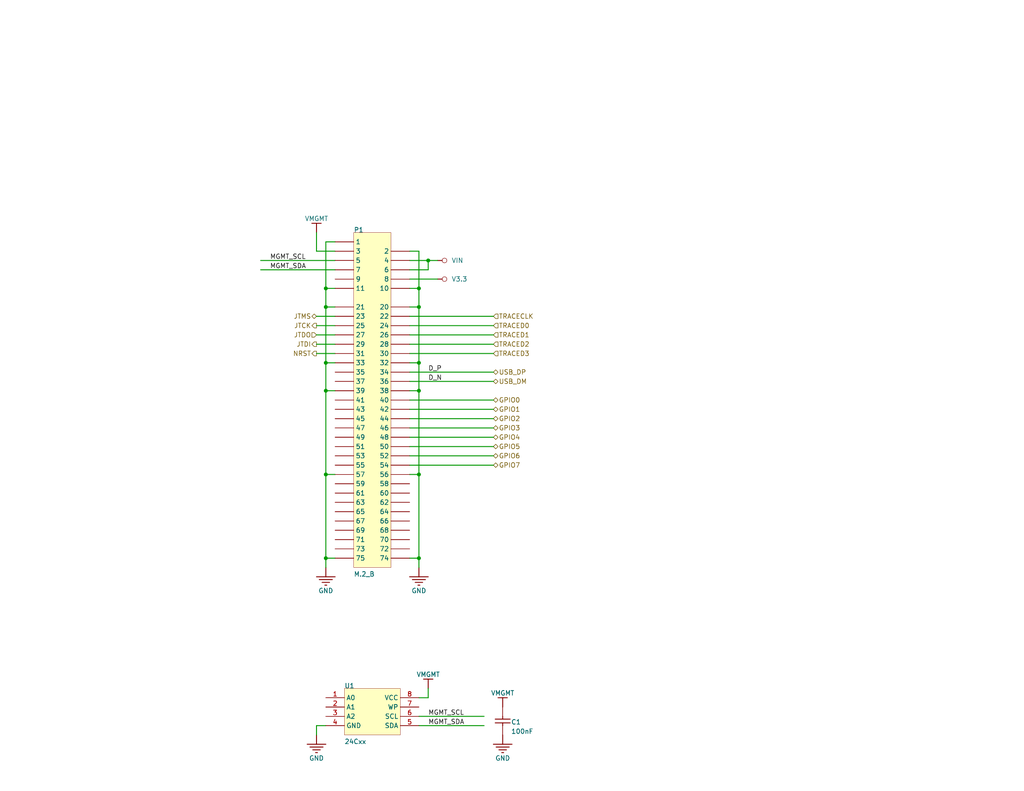
<source format=kicad_sch>
(kicad_sch (version 20231120) (generator "eeschema") (generator_version "8.0")
  (paper "A")
  (lib_symbols
    (symbol "edge-altium-import:GND_POWER_GROUND" (power)
      (property "Reference" "#PWR" (at 0 0 0))
      (property "Value" "GND" (at 0 6.35 0))
      (symbol "GND_POWER_GROUND_0_0"
        (polyline (pts (xy -2.54 -2.54) (xy 2.54 -2.54)) (stroke (width 0.254)))
        (polyline (pts (xy -1.778 -3.302) (xy 1.778 -3.302)) (stroke (width 0.254)))
        (polyline (pts (xy -1.016 -4.064) (xy 1.016 -4.064)) (stroke (width 0.254)))
        (polyline (pts (xy -0.254 -4.826) (xy 0.254 -4.826)) (stroke (width 0.254)))
        (polyline (pts (xy 0 0) (xy 0 -2.54)) (stroke (width 0.254)))
        (pin power_in line (at 0 0 0) (length 0) hide (name "GND") (number ""))
      )
    )
    (symbol "edge-altium-import:V3.3_CIRCLE" (power)
      (property "Reference" "#PWR" (at 0 0 0))
      (property "Value" "V3.3" (at 0 3.81 0))
      (symbol "V3.3_CIRCLE_0_0"
        (circle (center 0 -1.905) (radius 0.635) (stroke (width 0.127)))
        (polyline (pts (xy 0 0) (xy 0 -1.27)) (stroke (width 0.254)))
        (pin power_in line (at 0 0 0) (length 0) hide (name "V3.3") (number ""))
      )
    )
    (symbol "edge-altium-import:VIN_CIRCLE" (power)
      (property "Reference" "#PWR" (at 0 0 0))
      (property "Value" "VIN" (at 0 3.81 0))
      (symbol "VIN_CIRCLE_0_0"
        (circle (center 0 -1.905) (radius 0.635) (stroke (width 0.127)))
        (polyline (pts (xy 0 0) (xy 0 -1.27)) (stroke (width 0.254)))
        (pin power_in line (at 0 0 0) (length 0) hide (name "VIN") (number ""))
      )
    )
    (symbol "edge-altium-import:VMGMT_BAR" (power)
      (property "Reference" "#PWR" (at 0 0 0))
      (property "Value" "VMGMT" (at 0 3.81 0))
      (symbol "VMGMT_BAR_0_0"
        (polyline (pts (xy -1.27 -2.54) (xy 1.27 -2.54)) (stroke (width 0.254)))
        (polyline (pts (xy 0 0) (xy 0 -2.54)) (stroke (width 0.254)))
        (pin power_in line (at 0 0 0) (length 0) hide (name "VMGMT") (number ""))
      )
    )
    (symbol "edge-altium-import:root_0_24Cxx"
      (symbol "root_0_24Cxx_1_0"
        (rectangle (start 7.62 5.08) (end -7.62 -7.62) (stroke (width 0.0254) (color 128 0 0 1)) (fill (type background)))
        (pin passive line (at -12.7 2.54 0) (length 5.08) (name "A0") (number "1"))
        (pin passive line (at -12.7 0 0) (length 5.08) (name "A1") (number "2"))
        (pin passive line (at -12.7 -2.54 0) (length 5.08) (name "A2") (number "3"))
        (pin passive line (at -12.7 -5.08 0) (length 5.08) (name "GND") (number "4"))
        (pin passive line (at 12.7 -5.08 180) (length 5.08) (name "SDA") (number "5"))
        (pin passive line (at 12.7 -2.54 180) (length 5.08) (name "SCL") (number "6"))
        (pin passive line (at 12.7 0 180) (length 5.08) (name "WP") (number "7"))
        (pin passive line (at 12.7 2.54 180) (length 5.08) (name "VCC") (number "8"))
      )
    )
    (symbol "edge-altium-import:root_0_M.2_B"
      (symbol "root_0_M.2_B_1_0"
        (rectangle (start 5.08 43.18) (end -5.08 -48.26) (stroke (width 0.0254) (color 128 0 0 1)) (fill (type background)))
        (pin passive line (at -10.16 40.64 0) (length 5.08) (name "1") (number "1"))
        (pin passive line (at 10.16 27.94 180) (length 5.08) (name "10") (number "10"))
        (pin passive line (at -10.16 27.94 0) (length 5.08) (name "11") (number "11"))
        (pin passive line (at 10.16 38.1 180) (length 5.08) (name "2") (number "2"))
        (pin passive line (at 10.16 22.86 180) (length 5.08) (name "20") (number "20"))
        (pin passive line (at -10.16 22.86 0) (length 5.08) (name "21") (number "21"))
        (pin passive line (at 10.16 20.32 180) (length 5.08) (name "22") (number "22"))
        (pin passive line (at -10.16 20.32 0) (length 5.08) (name "23") (number "23"))
        (pin passive line (at 10.16 17.78 180) (length 5.08) (name "24") (number "24"))
        (pin passive line (at -10.16 17.78 0) (length 5.08) (name "25") (number "25"))
        (pin passive line (at 10.16 15.24 180) (length 5.08) (name "26") (number "26"))
        (pin passive line (at -10.16 15.24 0) (length 5.08) (name "27") (number "27"))
        (pin passive line (at 10.16 12.7 180) (length 5.08) (name "28") (number "28"))
        (pin passive line (at -10.16 12.7 0) (length 5.08) (name "29") (number "29"))
        (pin passive line (at -10.16 38.1 0) (length 5.08) (name "3") (number "3"))
        (pin passive line (at 10.16 10.16 180) (length 5.08) (name "30") (number "30"))
        (pin passive line (at -10.16 10.16 0) (length 5.08) (name "31") (number "31"))
        (pin passive line (at 10.16 7.62 180) (length 5.08) (name "32") (number "32"))
        (pin passive line (at -10.16 7.62 0) (length 5.08) (name "33") (number "33"))
        (pin passive line (at 10.16 5.08 180) (length 5.08) (name "34") (number "34"))
        (pin passive line (at -10.16 5.08 0) (length 5.08) (name "35") (number "35"))
        (pin passive line (at 10.16 2.54 180) (length 5.08) (name "36") (number "36"))
        (pin passive line (at -10.16 2.54 0) (length 5.08) (name "37") (number "37"))
        (pin passive line (at 10.16 0 180) (length 5.08) (name "38") (number "38"))
        (pin passive line (at -10.16 0 0) (length 5.08) (name "39") (number "39"))
        (pin passive line (at 10.16 35.56 180) (length 5.08) (name "4") (number "4"))
        (pin passive line (at 10.16 -2.54 180) (length 5.08) (name "40") (number "40"))
        (pin passive line (at -10.16 -2.54 0) (length 5.08) (name "41") (number "41"))
        (pin passive line (at 10.16 -5.08 180) (length 5.08) (name "42") (number "42"))
        (pin passive line (at -10.16 -5.08 0) (length 5.08) (name "43") (number "43"))
        (pin passive line (at 10.16 -7.62 180) (length 5.08) (name "44") (number "44"))
        (pin passive line (at -10.16 -7.62 0) (length 5.08) (name "45") (number "45"))
        (pin passive line (at 10.16 -10.16 180) (length 5.08) (name "46") (number "46"))
        (pin passive line (at -10.16 -10.16 0) (length 5.08) (name "47") (number "47"))
        (pin passive line (at 10.16 -12.7 180) (length 5.08) (name "48") (number "48"))
        (pin passive line (at -10.16 -12.7 0) (length 5.08) (name "49") (number "49"))
        (pin passive line (at -10.16 35.56 0) (length 5.08) (name "5") (number "5"))
        (pin passive line (at 10.16 -15.24 180) (length 5.08) (name "50") (number "50"))
        (pin passive line (at -10.16 -15.24 0) (length 5.08) (name "51") (number "51"))
        (pin passive line (at 10.16 -17.78 180) (length 5.08) (name "52") (number "52"))
        (pin passive line (at -10.16 -17.78 0) (length 5.08) (name "53") (number "53"))
        (pin passive line (at 10.16 -20.32 180) (length 5.08) (name "54") (number "54"))
        (pin passive line (at -10.16 -20.32 0) (length 5.08) (name "55") (number "55"))
        (pin passive line (at 10.16 -22.86 180) (length 5.08) (name "56") (number "56"))
        (pin passive line (at -10.16 -22.86 0) (length 5.08) (name "57") (number "57"))
        (pin passive line (at 10.16 -25.4 180) (length 5.08) (name "58") (number "58"))
        (pin passive line (at -10.16 -25.4 0) (length 5.08) (name "59") (number "59"))
        (pin passive line (at 10.16 33.02 180) (length 5.08) (name "6") (number "6"))
        (pin passive line (at 10.16 -27.94 180) (length 5.08) (name "60") (number "60"))
        (pin passive line (at -10.16 -27.94 0) (length 5.08) (name "61") (number "61"))
        (pin passive line (at 10.16 -30.48 180) (length 5.08) (name "62") (number "62"))
        (pin passive line (at -10.16 -30.48 0) (length 5.08) (name "63") (number "63"))
        (pin passive line (at 10.16 -33.02 180) (length 5.08) (name "64") (number "64"))
        (pin passive line (at -10.16 -33.02 0) (length 5.08) (name "65") (number "65"))
        (pin passive line (at 10.16 -35.56 180) (length 5.08) (name "66") (number "66"))
        (pin passive line (at -10.16 -35.56 0) (length 5.08) (name "67") (number "67"))
        (pin passive line (at 10.16 -38.1 180) (length 5.08) (name "68") (number "68"))
        (pin passive line (at -10.16 -38.1 0) (length 5.08) (name "69") (number "69"))
        (pin passive line (at -10.16 33.02 0) (length 5.08) (name "7") (number "7"))
        (pin passive line (at 10.16 -40.64 180) (length 5.08) (name "70") (number "70"))
        (pin passive line (at -10.16 -40.64 0) (length 5.08) (name "71") (number "71"))
        (pin passive line (at 10.16 -43.18 180) (length 5.08) (name "72") (number "72"))
        (pin passive line (at -10.16 -43.18 0) (length 5.08) (name "73") (number "73"))
        (pin passive line (at 10.16 -45.72 180) (length 5.08) (name "74") (number "74"))
        (pin passive line (at -10.16 -45.72 0) (length 5.08) (name "75") (number "75"))
        (pin passive line (at 10.16 30.48 180) (length 5.08) (name "8") (number "8"))
        (pin passive line (at -10.16 30.48 0) (length 5.08) (name "9") (number "9"))
      )
    )
    (symbol "edge-altium-import:root_1_Capacitor"
      (symbol "root_1_Capacitor_1_0"
        (polyline (pts (xy -2.032 0.762) (xy 2.032 0.762)) (stroke (width 0.254)))
        (polyline (pts (xy 0 0) (xy 0 0.762)) (stroke (width 0.254)))
        (polyline (pts (xy 0 1.778) (xy 0 2.54)) (stroke (width 0.254)))
        (polyline (pts (xy 2.032 1.778) (xy -2.032 1.778)) (stroke (width 0.254)))
        (pin passive line (at 0 -2.54 90) (length 2.54) (name "1") (number "1"))
        (pin passive line (at 0 5.08 270) (length 2.54) (name "2") (number "2"))
      )
    )
  )
  (junction (at 88.9 99.06))
  (junction (at 114.3 99.06))
  (junction (at 88.9 152.4))
  (junction (at 114.3 78.74))
  (junction (at 88.9 129.54))
  (junction (at 114.3 83.82))
  (junction (at 114.3 152.4))
  (junction (at 88.9 106.68))
  (junction (at 116.84 71.12))
  (junction (at 88.9 78.74))
  (junction (at 114.3 129.54))
  (junction (at 88.9 83.82))
  (junction (at 114.3 106.68))
  (wire (pts (xy 71.12 73.66) (xy 91.44 73.66)) (stroke (width 0.254)))
  (wire (pts (xy 134.62 127) (xy 111.76 127)) (stroke (width 0.254)))
  (wire (pts (xy 116.84 190.5) (xy 114.3 190.5)) (stroke (width 0.254)))
  (wire (pts (xy 114.3 198.12) (xy 132.08 198.12)) (stroke (width 0.254)))
  (wire (pts (xy 86.36 93.98) (xy 91.44 93.98)) (stroke (width 0.254)))
  (wire (pts (xy 88.9 78.74) (xy 88.9 66.04)) (stroke (width 0.254)))
  (wire (pts (xy 114.3 106.68) (xy 114.3 99.06)) (stroke (width 0.254)))
  (wire (pts (xy 134.62 119.38) (xy 111.76 119.38)) (stroke (width 0.254)))
  (wire (pts (xy 111.76 76.2) (xy 119.38 76.2)) (stroke (width 0.254)))
  (wire (pts (xy 134.62 114.3) (xy 111.76 114.3)) (stroke (width 0.254)))
  (wire (pts (xy 86.36 96.52) (xy 91.44 96.52)) (stroke (width 0.254)))
  (wire (pts (xy 86.36 198.12) (xy 86.36 200.66)) (stroke (width 0.254)))
  (wire (pts (xy 114.3 78.74) (xy 114.3 68.58)) (stroke (width 0.254)))
  (wire (pts (xy 88.9 129.54) (xy 88.9 106.68)) (stroke (width 0.254)))
  (wire (pts (xy 111.76 129.54) (xy 114.3 129.54)) (stroke (width 0.254)))
  (wire (pts (xy 114.3 129.54) (xy 114.3 106.68)) (stroke (width 0.254)))
  (wire (pts (xy 111.76 152.4) (xy 114.3 152.4)) (stroke (width 0.254)))
  (wire (pts (xy 88.9 78.74) (xy 91.44 78.74)) (stroke (width 0.254)))
  (wire (pts (xy 86.36 91.44) (xy 91.44 91.44)) (stroke (width 0.254)))
  (wire (pts (xy 134.62 109.22) (xy 111.76 109.22)) (stroke (width 0.254)))
  (wire (pts (xy 88.9 83.82) (xy 91.44 83.82)) (stroke (width 0.254)))
  (wire (pts (xy 111.76 106.68) (xy 114.3 106.68)) (stroke (width 0.254)))
  (wire (pts (xy 111.76 78.74) (xy 114.3 78.74)) (stroke (width 0.254)))
  (wire (pts (xy 114.3 83.82) (xy 114.3 78.74)) (stroke (width 0.254)))
  (wire (pts (xy 134.62 86.36) (xy 111.76 86.36)) (stroke (width 0.254)))
  (wire (pts (xy 111.76 71.12) (xy 116.84 71.12)) (stroke (width 0.254)))
  (wire (pts (xy 86.36 88.9) (xy 91.44 88.9)) (stroke (width 0.254)))
  (wire (pts (xy 111.76 83.82) (xy 114.3 83.82)) (stroke (width 0.254)))
  (wire (pts (xy 88.9 198.12) (xy 86.36 198.12)) (stroke (width 0.254)))
  (wire (pts (xy 134.62 121.92) (xy 111.76 121.92)) (stroke (width 0.254)))
  (wire (pts (xy 114.3 99.06) (xy 114.3 83.82)) (stroke (width 0.254)))
  (wire (pts (xy 116.84 187.96) (xy 116.84 190.5)) (stroke (width 0.254)))
  (wire (pts (xy 116.84 73.66) (xy 116.84 71.12)) (stroke (width 0.254)))
  (wire (pts (xy 134.62 93.98) (xy 111.76 93.98)) (stroke (width 0.254)))
  (wire (pts (xy 88.9 106.68) (xy 88.9 99.06)) (stroke (width 0.254)))
  (wire (pts (xy 134.62 116.84) (xy 111.76 116.84)) (stroke (width 0.254)))
  (wire (pts (xy 86.36 68.58) (xy 91.44 68.58)) (stroke (width 0.254)))
  (wire (pts (xy 134.62 88.9) (xy 111.76 88.9)) (stroke (width 0.254)))
  (wire (pts (xy 114.3 68.58) (xy 111.76 68.58)) (stroke (width 0.254)))
  (wire (pts (xy 88.9 83.82) (xy 88.9 78.74)) (stroke (width 0.254)))
  (wire (pts (xy 88.9 152.4) (xy 88.9 129.54)) (stroke (width 0.254)))
  (wire (pts (xy 86.36 63.5) (xy 86.36 68.58)) (stroke (width 0.254)))
  (wire (pts (xy 114.3 152.4) (xy 114.3 129.54)) (stroke (width 0.254)))
  (wire (pts (xy 134.62 124.46) (xy 111.76 124.46)) (stroke (width 0.254)))
  (wire (pts (xy 86.36 86.36) (xy 91.44 86.36)) (stroke (width 0.254)))
  (wire (pts (xy 114.3 154.94) (xy 114.3 152.4)) (stroke (width 0.254)))
  (wire (pts (xy 88.9 99.06) (xy 91.44 99.06)) (stroke (width 0.254)))
  (wire (pts (xy 134.62 101.6) (xy 111.76 101.6)) (stroke (width 0.254)))
  (wire (pts (xy 88.9 154.94) (xy 88.9 152.4)) (stroke (width 0.254)))
  (wire (pts (xy 134.62 91.44) (xy 111.76 91.44)) (stroke (width 0.254)))
  (wire (pts (xy 134.62 111.76) (xy 111.76 111.76)) (stroke (width 0.254)))
  (wire (pts (xy 111.76 99.06) (xy 114.3 99.06)) (stroke (width 0.254)))
  (wire (pts (xy 134.62 104.14) (xy 111.76 104.14)) (stroke (width 0.254)))
  (wire (pts (xy 91.44 129.54) (xy 88.9 129.54)) (stroke (width 0.254)))
  (wire (pts (xy 134.62 96.52) (xy 111.76 96.52)) (stroke (width 0.254)))
  (wire (pts (xy 91.44 106.68) (xy 88.9 106.68)) (stroke (width 0.254)))
  (wire (pts (xy 88.9 99.06) (xy 88.9 83.82)) (stroke (width 0.254)))
  (wire (pts (xy 116.84 71.12) (xy 119.38 71.12)) (stroke (width 0.254)))
  (wire (pts (xy 114.3 195.58) (xy 132.08 195.58)) (stroke (width 0.254)))
  (wire (pts (xy 88.9 66.04) (xy 91.44 66.04)) (stroke (width 0.254)))
  (wire (pts (xy 91.44 71.12) (xy 71.12 71.12)) (stroke (width 0.254)))
  (wire (pts (xy 91.44 152.4) (xy 88.9 152.4)) (stroke (width 0.254)))
  (wire (pts (xy 111.76 73.66) (xy 116.84 73.66)) (stroke (width 0.254)))
  (label "MGMT_SCL" (at 116.84 195.58 0))
  (label "MGMT_SDA" (at 73.66 73.66 0))
  (label "D_N" (at 116.84 104.14 0))
  (label "MGMT_SCL" (at 73.66 71.12 0))
  (label "MGMT_SDA" (at 116.84 198.12 0))
  (label "D_P" (at 116.84 101.6 0))
  (hierarchical_label "GPIO2" (shape bidirectional) (at 134.62 114.3 0))
  (hierarchical_label "TRACED0" (shape input) (at 134.62 88.9 0))
  (hierarchical_label "JTCK" (shape output) (at 86.36 88.9 180))
  (hierarchical_label "JTDO" (shape input) (at 86.36 91.44 180))
  (hierarchical_label "TRACED2" (shape input) (at 134.62 93.98 0))
  (hierarchical_label "JTDI" (shape output) (at 86.36 93.98 180))
  (hierarchical_label "GPIO3" (shape bidirectional) (at 134.62 116.84 0))
  (hierarchical_label "GPIO4" (shape bidirectional) (at 134.62 119.38 0))
  (hierarchical_label "GPIO0" (shape bidirectional) (at 134.62 109.22 0))
  (hierarchical_label "TRACED3" (shape input) (at 134.62 96.52 0))
  (hierarchical_label "JTMS" (shape bidirectional) (at 86.36 86.36 180))
  (hierarchical_label "GPIO6" (shape bidirectional) (at 134.62 124.46 0))
  (hierarchical_label "NRST" (shape output) (at 86.36 96.52 180))
  (hierarchical_label "GPIO1" (shape bidirectional) (at 134.62 111.76 0))
  (hierarchical_label "GPIO5" (shape bidirectional) (at 134.62 121.92 0))
  (hierarchical_label "GPIO7" (shape bidirectional) (at 134.62 127 0))
  (hierarchical_label "USB_DP" (shape bidirectional) (at 134.62 101.6 0))
  (hierarchical_label "TRACECLK" (shape input) (at 134.62 86.36 0))
  (hierarchical_label "TRACED1" (shape input) (at 134.62 91.44 0))
  (hierarchical_label "USB_DM" (shape bidirectional) (at 134.62 104.14 0))
  (symbol (lib_id "edge-altium-import:GND_POWER_GROUND") (at 137.16 200.66 0) (unit 1)
    (property "Reference" "#PWR?" (effects (hide yes)))
    (property "Value" "GND" (at 137.16 207.01 0))
  )
  (symbol (lib_id "edge-altium-import:root_0_24Cxx") (at 101.6 193.04 0) (unit 1)
    (property "Reference" "U1" (at 93.98 187.96 0) (effects (justify left bottom)))
    (property "Value" "24Cxx" (at 93.98 203.2 0) (effects (justify left bottom)))
    (property "Footprint" "SO8" (effects (hide yes)))
  )
  (symbol (lib_id "edge-altium-import:GND_POWER_GROUND") (at 88.9 154.94 0) (unit 1)
    (property "Reference" "#PWR?" (effects (hide yes)))
    (property "Value" "GND" (at 88.9 161.29 0))
  )
  (symbol (lib_id "edge-altium-import:VIN_CIRCLE") (at 119.38 71.12 90) (unit 1)
    (property "Reference" "#PWR?" (effects (hide yes)))
    (property "Value" "VIN" (at 123.19 71.12 90) (effects (justify right)))
  )
  (symbol (lib_id "edge-altium-import:GND_POWER_GROUND") (at 114.3 154.94 0) (unit 1)
    (property "Reference" "#PWR?" (effects (hide yes)))
    (property "Value" "GND" (at 114.3 161.29 0))
  )
  (symbol (lib_id "edge-altium-import:V3.3_CIRCLE") (at 119.38 76.2 90) (unit 1)
    (property "Reference" "#PWR?" (effects (hide yes)))
    (property "Value" "V3.3" (at 123.19 76.2 90) (effects (justify right)))
  )
  (symbol (lib_id "edge-altium-import:GND_POWER_GROUND") (at 86.36 200.66 0) (unit 1)
    (property "Reference" "#PWR?" (effects (hide yes)))
    (property "Value" "GND" (at 86.36 207.01 0))
  )
  (symbol (lib_id "edge-altium-import:root_0_M.2_B") (at 101.6 106.68 0) (unit 1)
    (property "Reference" "P1" (at 96.52 63.5 0) (effects (justify left bottom)))
    (property "Value" "M.2_B" (at 96.52 157.48 0) (effects (justify left bottom)))
    (property "Footprint" "M.2_B_EDGE" (effects (hide yes)))
  )
  (symbol (lib_id "edge-altium-import:VMGMT_BAR") (at 137.16 193.04 180) (unit 1)
    (property "Reference" "#PWR?" (effects (hide yes)))
    (property "Value" "VMGMT" (at 137.16 189.23 0))
  )
  (symbol (lib_id "edge-altium-import:root_1_Capacitor") (at 137.16 198.12 0) (unit 1)
    (property "Reference" "C1" (at 139.446 197.866 0) (effects (justify left bottom)))
    (property "Value" "${ALTIUM_VALUE}" (at 139.446 200.406 0) (effects (justify left bottom)))
    (property "Footprint" "0402" (effects (hide yes)))
    (property "ALTIUM_VALUE" "100nF" (effects (hide yes)))
  )
  (symbol (lib_id "edge-altium-import:VMGMT_BAR") (at 86.36 63.5 180) (unit 1)
    (property "Reference" "#PWR?" (effects (hide yes)))
    (property "Value" "VMGMT" (at 86.36 59.69 0))
  )
  (symbol (lib_id "edge-altium-import:VMGMT_BAR") (at 116.84 187.96 180) (unit 1)
    (property "Reference" "#PWR?" (effects (hide yes)))
    (property "Value" "VMGMT" (at 116.84 184.15 0))
  )
)
</source>
